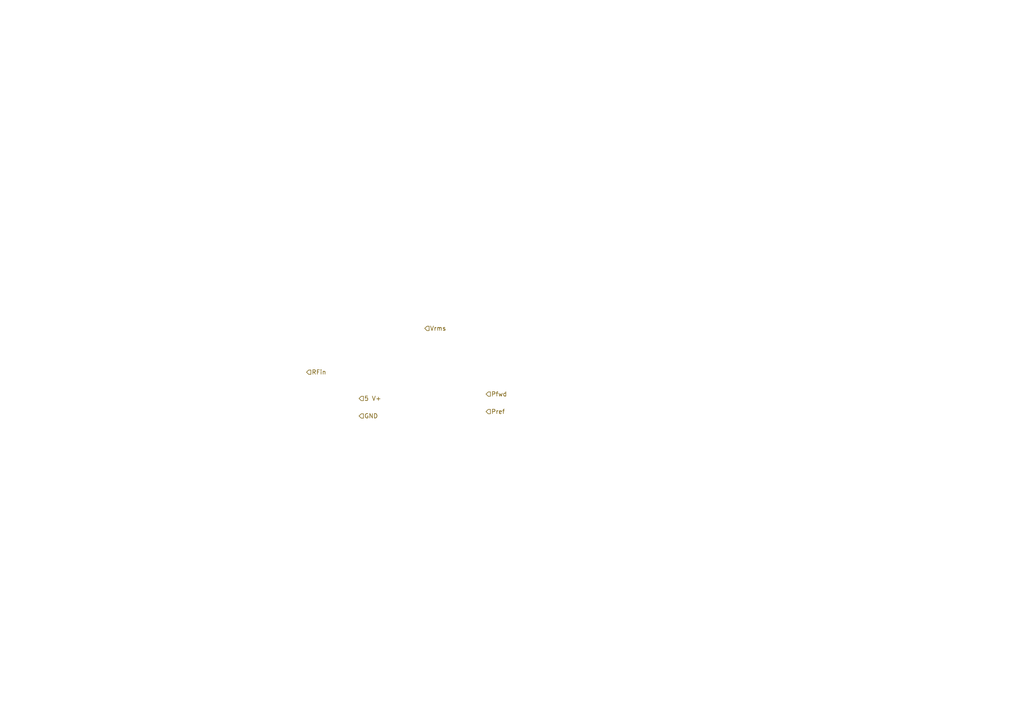
<source format=kicad_sch>
(kicad_sch
	(version 20250114)
	(generator "eeschema")
	(generator_version "9.0")
	(uuid "58377472-2b5e-450c-afa1-0284bf00005c")
	(paper "A4")
	(lib_symbols)
	(hierarchical_label "Pref"
		(shape input)
		(at 140.97 119.38 0)
		(effects
			(font
				(size 1.27 1.27)
			)
			(justify left)
		)
		(uuid "28262ffc-6b61-473e-9944-656407094e95")
	)
	(hierarchical_label "RFin"
		(shape input)
		(at 88.9 107.95 0)
		(effects
			(font
				(size 1.27 1.27)
			)
			(justify left)
		)
		(uuid "48ab9608-8a8c-463d-ba0f-d5248e3ba483")
	)
	(hierarchical_label "Vrms"
		(shape input)
		(at 123.19 95.25 0)
		(effects
			(font
				(size 1.27 1.27)
			)
			(justify left)
		)
		(uuid "9612c86b-bf6c-4d69-9b37-c3d55f06924f")
	)
	(hierarchical_label "Pfwd"
		(shape input)
		(at 140.97 114.3 0)
		(effects
			(font
				(size 1.27 1.27)
			)
			(justify left)
		)
		(uuid "e095006d-0482-43a9-a427-00ed94e042c7")
	)
	(hierarchical_label "5 V+"
		(shape input)
		(at 104.14 115.57 0)
		(effects
			(font
				(size 1.27 1.27)
			)
			(justify left)
		)
		(uuid "e0d00996-2297-4070-af04-5cc7e83b63e7")
	)
	(hierarchical_label "GND"
		(shape input)
		(at 104.14 120.65 0)
		(effects
			(font
				(size 1.27 1.27)
			)
			(justify left)
		)
		(uuid "f339db08-abf4-450c-91ab-b7469db30d3c")
	)
)

</source>
